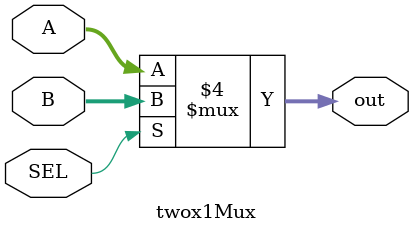
<source format=sv>

module twox1Mux(
  input [63:0] A,B,
  input SEL,
  output reg[63:0] out);
  
  always @ (A or B or SEL)
    begin 
      if (SEL==0)
        out=A;
      else
        out=B;
    end
endmodule
</source>
